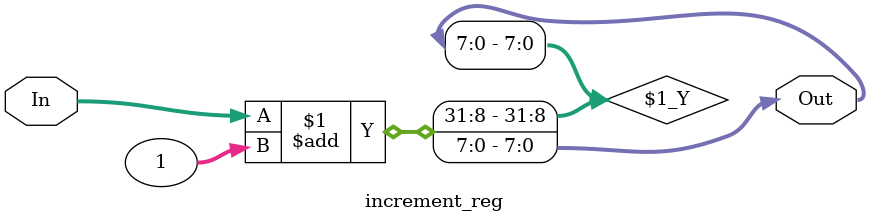
<source format=v>
module increment_reg(
        input [7:0] In,
        output [7:0] Out
    );

    assign Out = In + 1;

endmodule
</source>
